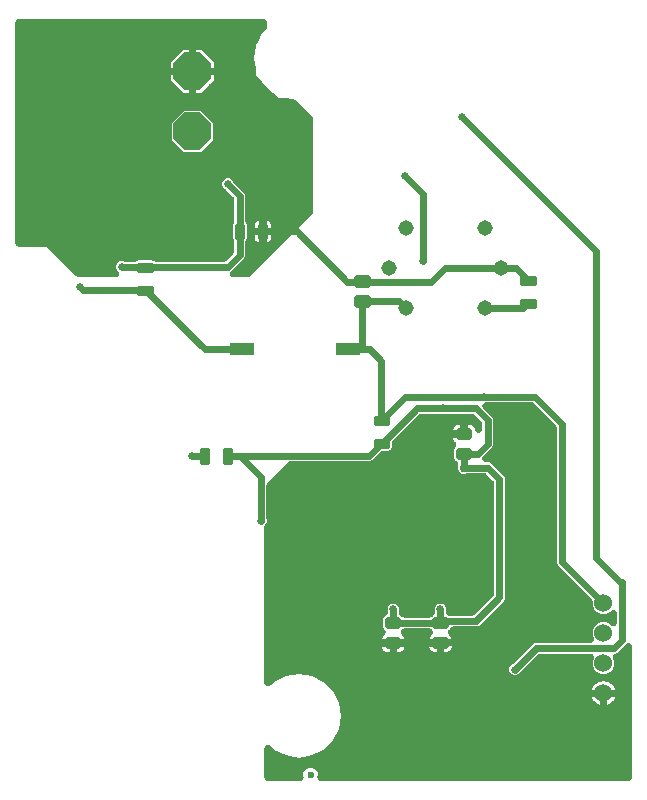
<source format=gbr>
G04 EAGLE Gerber RS-274X export*
G75*
%MOMM*%
%FSLAX34Y34*%
%LPD*%
%INBottom Copper*%
%IPPOS*%
%AMOC8*
5,1,8,0,0,1.08239X$1,22.5*%
G01*
%ADD10C,0.443700*%
%ADD11C,1.308000*%
%ADD12R,2.006600X1.092200*%
%ADD13C,1.530000*%
%ADD14P,3.409096X8X22.500000*%
%ADD15C,0.504000*%
%ADD16C,0.600000*%
%ADD17C,0.656400*%
%ADD18C,0.609600*%
%ADD19C,0.756400*%

G36*
X251336Y544675D02*
X251336Y544675D01*
X251516Y544682D01*
X251582Y544695D01*
X251648Y544701D01*
X251823Y544744D01*
X252000Y544780D01*
X252062Y544803D01*
X252126Y544819D01*
X252292Y544891D01*
X252461Y544954D01*
X252519Y544988D01*
X252580Y545014D01*
X252732Y545111D01*
X252889Y545201D01*
X252940Y545243D01*
X252996Y545279D01*
X253131Y545399D01*
X253270Y545514D01*
X253314Y545563D01*
X253364Y545608D01*
X253477Y545748D01*
X253597Y545884D01*
X253632Y545940D01*
X253674Y545992D01*
X253763Y546148D01*
X253859Y546301D01*
X253885Y546362D01*
X253918Y546420D01*
X253981Y546590D01*
X254051Y546756D01*
X254066Y546820D01*
X254089Y546883D01*
X254124Y547060D01*
X254166Y547236D01*
X254171Y547302D01*
X254184Y547367D01*
X254190Y547547D01*
X254203Y547728D01*
X254197Y547794D01*
X254199Y547860D01*
X254176Y548039D01*
X254160Y548219D01*
X254145Y548270D01*
X254135Y548349D01*
X253999Y548799D01*
X253999Y551194D01*
X254913Y553399D01*
X256601Y555087D01*
X258806Y556001D01*
X261194Y556001D01*
X263399Y555087D01*
X265087Y553399D01*
X266001Y551194D01*
X266001Y548787D01*
X265973Y548702D01*
X265911Y548533D01*
X265898Y548468D01*
X265878Y548405D01*
X265851Y548226D01*
X265816Y548049D01*
X265814Y547983D01*
X265804Y547917D01*
X265806Y547736D01*
X265801Y547556D01*
X265809Y547490D01*
X265810Y547424D01*
X265841Y547246D01*
X265865Y547067D01*
X265884Y547003D01*
X265896Y546938D01*
X265955Y546767D01*
X266008Y546594D01*
X266037Y546535D01*
X266059Y546472D01*
X266145Y546313D01*
X266224Y546151D01*
X266263Y546097D01*
X266295Y546039D01*
X266405Y545896D01*
X266510Y545749D01*
X266557Y545702D01*
X266597Y545649D01*
X266730Y545527D01*
X266857Y545398D01*
X266910Y545359D01*
X266959Y545314D01*
X267109Y545214D01*
X267255Y545108D01*
X267315Y545078D01*
X267370Y545041D01*
X267535Y544967D01*
X267696Y544885D01*
X267759Y544865D01*
X267820Y544838D01*
X267994Y544791D01*
X268166Y544737D01*
X268219Y544731D01*
X268296Y544710D01*
X268787Y544661D01*
X268821Y544663D01*
X268844Y544661D01*
X529092Y544661D01*
X529168Y544667D01*
X529244Y544665D01*
X529413Y544687D01*
X529584Y544701D01*
X529658Y544719D01*
X529733Y544729D01*
X529897Y544778D01*
X530063Y544819D01*
X530132Y544849D01*
X530206Y544871D01*
X530359Y544947D01*
X530516Y545014D01*
X530580Y545055D01*
X530649Y545088D01*
X530788Y545187D01*
X530932Y545279D01*
X530989Y545330D01*
X531051Y545374D01*
X531172Y545494D01*
X531300Y545608D01*
X531348Y545667D01*
X531402Y545721D01*
X531503Y545859D01*
X531610Y545992D01*
X531647Y546058D01*
X531692Y546119D01*
X531769Y546272D01*
X531854Y546420D01*
X531880Y546492D01*
X531915Y546560D01*
X531966Y546723D01*
X532025Y546883D01*
X532040Y546958D01*
X532063Y547030D01*
X532075Y547135D01*
X532120Y547367D01*
X532127Y547603D01*
X532139Y547708D01*
X532139Y658316D01*
X532136Y658354D01*
X532138Y658392D01*
X532116Y658600D01*
X532099Y658807D01*
X532090Y658844D01*
X532086Y658882D01*
X532031Y659084D01*
X531981Y659286D01*
X531966Y659321D01*
X531955Y659358D01*
X531868Y659548D01*
X531786Y659740D01*
X531766Y659772D01*
X531750Y659806D01*
X531633Y659980D01*
X531521Y660156D01*
X531496Y660184D01*
X531474Y660216D01*
X531331Y660368D01*
X531192Y660524D01*
X531163Y660548D01*
X531137Y660575D01*
X530971Y660703D01*
X530808Y660834D01*
X530775Y660852D01*
X530745Y660876D01*
X530561Y660974D01*
X530380Y661078D01*
X530344Y661091D01*
X530310Y661109D01*
X530113Y661177D01*
X529917Y661249D01*
X529880Y661256D01*
X529844Y661269D01*
X529637Y661304D01*
X529433Y661344D01*
X529395Y661345D01*
X529357Y661351D01*
X529148Y661353D01*
X528940Y661359D01*
X528902Y661354D01*
X528864Y661354D01*
X528657Y661322D01*
X528451Y661295D01*
X528414Y661284D01*
X528377Y661278D01*
X528178Y661213D01*
X527979Y661152D01*
X527944Y661135D01*
X527908Y661124D01*
X527723Y661027D01*
X527535Y660935D01*
X527504Y660913D01*
X527470Y660896D01*
X527398Y660838D01*
X527133Y660650D01*
X527011Y660529D01*
X526937Y660470D01*
X521305Y654838D01*
X519590Y653123D01*
X517869Y652411D01*
X517802Y652376D01*
X517730Y652349D01*
X517583Y652264D01*
X517430Y652186D01*
X517369Y652140D01*
X517303Y652102D01*
X517171Y651994D01*
X517034Y651893D01*
X516980Y651838D01*
X516921Y651790D01*
X516808Y651662D01*
X516689Y651539D01*
X516645Y651477D01*
X516595Y651420D01*
X516504Y651275D01*
X516406Y651135D01*
X516373Y651067D01*
X516333Y651002D01*
X516266Y650845D01*
X516192Y650691D01*
X516171Y650618D01*
X516141Y650548D01*
X516101Y650381D01*
X516053Y650218D01*
X516043Y650142D01*
X516025Y650068D01*
X516012Y649898D01*
X515991Y649728D01*
X515994Y649652D01*
X515988Y649576D01*
X516003Y649406D01*
X516010Y649235D01*
X516025Y649160D01*
X516031Y649085D01*
X516061Y648983D01*
X516107Y648752D01*
X516191Y648530D01*
X516220Y648429D01*
X517175Y646125D01*
X517175Y642475D01*
X515778Y639103D01*
X513197Y636522D01*
X509825Y635125D01*
X509420Y635125D01*
X509413Y635125D01*
X509405Y635125D01*
X509166Y635105D01*
X508929Y635085D01*
X508921Y635083D01*
X508914Y635083D01*
X508684Y635025D01*
X508450Y634967D01*
X508443Y634964D01*
X508435Y634962D01*
X508218Y634867D01*
X507996Y634772D01*
X507990Y634768D01*
X507954Y634786D01*
X507742Y634895D01*
X507735Y634897D01*
X507728Y634901D01*
X507498Y634973D01*
X507272Y635046D01*
X507265Y635047D01*
X507257Y635049D01*
X507224Y635053D01*
X506784Y635118D01*
X506682Y635114D01*
X506580Y635125D01*
X506175Y635125D01*
X502803Y636522D01*
X500222Y639103D01*
X498825Y642475D01*
X498825Y646125D01*
X499691Y648214D01*
X499746Y648385D01*
X499809Y648555D01*
X499821Y648620D01*
X499842Y648683D01*
X499869Y648862D01*
X499903Y649039D01*
X499905Y649105D01*
X499915Y649171D01*
X499913Y649352D01*
X499919Y649532D01*
X499910Y649598D01*
X499909Y649665D01*
X499878Y649842D01*
X499854Y650021D01*
X499835Y650085D01*
X499823Y650150D01*
X499764Y650321D01*
X499712Y650494D01*
X499682Y650553D01*
X499661Y650616D01*
X499574Y650774D01*
X499495Y650937D01*
X499456Y650991D01*
X499425Y651049D01*
X499314Y651192D01*
X499209Y651339D01*
X499163Y651386D01*
X499122Y651439D01*
X498989Y651562D01*
X498863Y651690D01*
X498809Y651729D01*
X498760Y651774D01*
X498610Y651874D01*
X498464Y651980D01*
X498405Y652010D01*
X498349Y652047D01*
X498185Y652121D01*
X498023Y652203D01*
X497960Y652223D01*
X497899Y652250D01*
X497725Y652297D01*
X497553Y652351D01*
X497500Y652357D01*
X497423Y652378D01*
X496932Y652427D01*
X496899Y652425D01*
X496875Y652427D01*
X454156Y652427D01*
X454043Y652418D01*
X453928Y652419D01*
X453797Y652398D01*
X453665Y652387D01*
X453554Y652360D01*
X453441Y652342D01*
X453315Y652301D01*
X453186Y652269D01*
X453081Y652224D01*
X452972Y652188D01*
X452854Y652126D01*
X452732Y652074D01*
X452636Y652013D01*
X452535Y651960D01*
X452461Y651901D01*
X452316Y651809D01*
X452074Y651593D01*
X452002Y651535D01*
X437738Y637271D01*
X437731Y637263D01*
X437724Y637257D01*
X437571Y637075D01*
X437418Y636895D01*
X437413Y636886D01*
X437407Y636879D01*
X437388Y636844D01*
X437163Y636472D01*
X437115Y636351D01*
X437077Y636282D01*
X437075Y636277D01*
X435723Y634925D01*
X433956Y634193D01*
X432044Y634193D01*
X430277Y634925D01*
X428925Y636277D01*
X428193Y638044D01*
X428193Y639956D01*
X428925Y641723D01*
X430277Y643075D01*
X430282Y643077D01*
X430291Y643081D01*
X430300Y643084D01*
X430511Y643194D01*
X430721Y643302D01*
X430729Y643308D01*
X430738Y643312D01*
X430769Y643338D01*
X431118Y643595D01*
X431209Y643689D01*
X431271Y643738D01*
X448410Y660877D01*
X450090Y661573D01*
X496875Y661573D01*
X497055Y661587D01*
X497235Y661594D01*
X497301Y661607D01*
X497367Y661613D01*
X497542Y661656D01*
X497719Y661692D01*
X497781Y661715D01*
X497846Y661731D01*
X498012Y661803D01*
X498180Y661866D01*
X498238Y661900D01*
X498299Y661926D01*
X498451Y662023D01*
X498608Y662113D01*
X498659Y662155D01*
X498715Y662191D01*
X498850Y662311D01*
X498989Y662426D01*
X499033Y662475D01*
X499083Y662520D01*
X499196Y662660D01*
X499316Y662795D01*
X499351Y662852D01*
X499393Y662904D01*
X499482Y663060D01*
X499578Y663213D01*
X499604Y663274D01*
X499637Y663332D01*
X499700Y663502D01*
X499770Y663668D01*
X499785Y663732D01*
X499809Y663795D01*
X499843Y663972D01*
X499886Y664147D01*
X499891Y664214D01*
X499903Y664279D01*
X499909Y664459D01*
X499922Y664639D01*
X499917Y664706D01*
X499919Y664772D01*
X499895Y664951D01*
X499879Y665131D01*
X499865Y665181D01*
X499854Y665261D01*
X499712Y665733D01*
X499697Y665764D01*
X499691Y665786D01*
X498825Y667875D01*
X498825Y671525D01*
X500222Y674897D01*
X502803Y677478D01*
X506175Y678875D01*
X509825Y678875D01*
X513197Y677478D01*
X514225Y676450D01*
X514254Y676425D01*
X514280Y676397D01*
X514442Y676265D01*
X514601Y676130D01*
X514634Y676111D01*
X514664Y676087D01*
X514845Y675983D01*
X515024Y675876D01*
X515059Y675862D01*
X515092Y675843D01*
X515288Y675770D01*
X515482Y675693D01*
X515519Y675684D01*
X515555Y675671D01*
X515759Y675631D01*
X515963Y675586D01*
X516002Y675584D01*
X516039Y675576D01*
X516247Y675570D01*
X516456Y675558D01*
X516494Y675562D01*
X516532Y675561D01*
X516738Y675588D01*
X516947Y675610D01*
X516983Y675620D01*
X517021Y675625D01*
X517221Y675686D01*
X517422Y675741D01*
X517457Y675757D01*
X517494Y675768D01*
X517681Y675860D01*
X517871Y675947D01*
X517902Y675968D01*
X517937Y675985D01*
X518107Y676106D01*
X518280Y676222D01*
X518308Y676248D01*
X518339Y676270D01*
X518487Y676417D01*
X518640Y676560D01*
X518663Y676590D01*
X518690Y676617D01*
X518813Y676785D01*
X518940Y676951D01*
X518958Y676985D01*
X518980Y677016D01*
X519074Y677202D01*
X519173Y677386D01*
X519185Y677422D01*
X519203Y677456D01*
X519266Y677656D01*
X519333Y677853D01*
X519339Y677890D01*
X519351Y677927D01*
X519361Y678019D01*
X519416Y678339D01*
X519417Y678511D01*
X519427Y678604D01*
X519427Y686196D01*
X519424Y686233D01*
X519426Y686272D01*
X519404Y686479D01*
X519387Y686687D01*
X519378Y686724D01*
X519374Y686762D01*
X519319Y686963D01*
X519269Y687166D01*
X519254Y687201D01*
X519243Y687238D01*
X519157Y687427D01*
X519074Y687619D01*
X519054Y687652D01*
X519038Y687686D01*
X518921Y687860D01*
X518809Y688036D01*
X518784Y688064D01*
X518762Y688096D01*
X518619Y688248D01*
X518480Y688403D01*
X518451Y688427D01*
X518424Y688455D01*
X518259Y688582D01*
X518096Y688713D01*
X518063Y688732D01*
X518033Y688755D01*
X517849Y688854D01*
X517668Y688957D01*
X517632Y688971D01*
X517598Y688989D01*
X517401Y689056D01*
X517205Y689129D01*
X517168Y689136D01*
X517132Y689149D01*
X516925Y689184D01*
X516721Y689224D01*
X516683Y689225D01*
X516645Y689231D01*
X516436Y689233D01*
X516228Y689239D01*
X516190Y689234D01*
X516152Y689234D01*
X515945Y689202D01*
X515739Y689175D01*
X515702Y689164D01*
X515665Y689158D01*
X515467Y689092D01*
X515267Y689032D01*
X515232Y689015D01*
X515196Y689003D01*
X515011Y688907D01*
X514823Y688815D01*
X514792Y688793D01*
X514758Y688776D01*
X514686Y688717D01*
X514421Y688530D01*
X514299Y688409D01*
X514225Y688350D01*
X513197Y687322D01*
X509825Y685925D01*
X506175Y685925D01*
X502803Y687322D01*
X500222Y689903D01*
X498825Y693275D01*
X498825Y696546D01*
X498816Y696659D01*
X498817Y696774D01*
X498796Y696905D01*
X498785Y697037D01*
X498758Y697148D01*
X498740Y697261D01*
X498699Y697387D01*
X498667Y697516D01*
X498622Y697621D01*
X498586Y697730D01*
X498524Y697848D01*
X498472Y697970D01*
X498411Y698066D01*
X498358Y698167D01*
X498299Y698241D01*
X498207Y698386D01*
X497991Y698628D01*
X497933Y698700D01*
X469123Y727510D01*
X468427Y729190D01*
X468427Y843844D01*
X468418Y843957D01*
X468419Y844072D01*
X468398Y844203D01*
X468387Y844335D01*
X468360Y844446D01*
X468342Y844559D01*
X468301Y844685D01*
X468269Y844814D01*
X468224Y844919D01*
X468188Y845028D01*
X468126Y845146D01*
X468074Y845268D01*
X468013Y845364D01*
X467960Y845465D01*
X467901Y845539D01*
X467809Y845684D01*
X467593Y845926D01*
X467535Y845998D01*
X448998Y864535D01*
X448911Y864609D01*
X448831Y864690D01*
X448724Y864768D01*
X448622Y864854D01*
X448525Y864913D01*
X448432Y864980D01*
X448314Y865040D01*
X448200Y865109D01*
X448094Y865151D01*
X447992Y865203D01*
X447865Y865243D01*
X447742Y865292D01*
X447631Y865317D01*
X447521Y865351D01*
X447428Y865361D01*
X447260Y865399D01*
X446936Y865417D01*
X446844Y865427D01*
X409127Y865427D01*
X409118Y865426D01*
X409108Y865427D01*
X408871Y865406D01*
X408635Y865387D01*
X408626Y865385D01*
X408616Y865384D01*
X408578Y865373D01*
X408157Y865269D01*
X408037Y865217D01*
X407961Y865195D01*
X407444Y864981D01*
X407284Y864899D01*
X407120Y864824D01*
X407064Y864787D01*
X407005Y864756D01*
X406860Y864649D01*
X406710Y864548D01*
X406662Y864503D01*
X406608Y864463D01*
X406482Y864334D01*
X406351Y864210D01*
X406310Y864158D01*
X406264Y864110D01*
X406160Y863962D01*
X406050Y863819D01*
X406019Y863761D01*
X405981Y863706D01*
X405902Y863543D01*
X405817Y863384D01*
X405796Y863322D01*
X405767Y863262D01*
X405716Y863088D01*
X405657Y862918D01*
X405646Y862852D01*
X405627Y862788D01*
X405605Y862610D01*
X405575Y862431D01*
X405574Y862365D01*
X405566Y862299D01*
X405573Y862119D01*
X405572Y861938D01*
X405582Y861872D01*
X405584Y861806D01*
X405620Y861629D01*
X405648Y861451D01*
X405669Y861387D01*
X405682Y861322D01*
X405746Y861154D01*
X405802Y860982D01*
X405833Y860923D01*
X405857Y860861D01*
X405947Y860705D01*
X406030Y860544D01*
X406063Y860503D01*
X406103Y860434D01*
X406416Y860052D01*
X406441Y860030D01*
X406456Y860011D01*
X413877Y852590D01*
X414573Y850910D01*
X414573Y829090D01*
X413877Y827410D01*
X412162Y825695D01*
X406242Y819775D01*
X406217Y819746D01*
X406188Y819720D01*
X406058Y819558D01*
X405922Y819399D01*
X405902Y819366D01*
X405878Y819336D01*
X405775Y819155D01*
X405667Y818976D01*
X405653Y818941D01*
X405634Y818908D01*
X405562Y818712D01*
X405484Y818518D01*
X405476Y818481D01*
X405463Y818445D01*
X405423Y818240D01*
X405378Y818036D01*
X405375Y817998D01*
X405368Y817961D01*
X405362Y817753D01*
X405350Y817544D01*
X405354Y817506D01*
X405353Y817468D01*
X405380Y817261D01*
X405402Y817053D01*
X405412Y817017D01*
X405417Y816979D01*
X405478Y816779D01*
X405533Y816578D01*
X405549Y816543D01*
X405560Y816506D01*
X405651Y816319D01*
X405739Y816129D01*
X405760Y816097D01*
X405777Y816063D01*
X405897Y815894D01*
X406014Y815720D01*
X406040Y815692D01*
X406062Y815661D01*
X406209Y815513D01*
X406352Y815360D01*
X406382Y815337D01*
X406409Y815310D01*
X406578Y815187D01*
X406743Y815060D01*
X406777Y815042D01*
X406808Y815020D01*
X406994Y814926D01*
X407178Y814827D01*
X407214Y814814D01*
X407248Y814797D01*
X407447Y814735D01*
X407645Y814667D01*
X407682Y814661D01*
X407719Y814649D01*
X407811Y814639D01*
X408131Y814584D01*
X408303Y814583D01*
X408396Y814573D01*
X410910Y814573D01*
X412590Y813877D01*
X423877Y802590D01*
X424573Y800910D01*
X424573Y699090D01*
X423877Y697410D01*
X402590Y676123D01*
X400910Y675427D01*
X380694Y675427D01*
X380476Y675410D01*
X380258Y675396D01*
X380230Y675390D01*
X380202Y675387D01*
X379990Y675335D01*
X379777Y675286D01*
X379751Y675275D01*
X379723Y675269D01*
X379523Y675183D01*
X379320Y675100D01*
X379296Y675085D01*
X379270Y675074D01*
X379086Y674957D01*
X378899Y674843D01*
X378877Y674824D01*
X378854Y674809D01*
X378691Y674664D01*
X378525Y674521D01*
X378507Y674499D01*
X378486Y674480D01*
X378348Y674310D01*
X378208Y674143D01*
X378197Y674123D01*
X378176Y674096D01*
X377932Y673668D01*
X377904Y673592D01*
X377878Y673546D01*
X377809Y673379D01*
X377285Y672855D01*
X377202Y672757D01*
X377112Y672666D01*
X377043Y672570D01*
X376966Y672479D01*
X376900Y672369D01*
X376825Y672265D01*
X376772Y672158D01*
X376711Y672057D01*
X376664Y671937D01*
X376607Y671822D01*
X376572Y671709D01*
X376528Y671599D01*
X376500Y671473D01*
X376463Y671350D01*
X376447Y671233D01*
X376421Y671117D01*
X376414Y670989D01*
X376397Y670861D01*
X376400Y670743D01*
X376394Y670624D01*
X376407Y670497D01*
X376411Y670368D01*
X376433Y670252D01*
X376446Y670134D01*
X376480Y670010D01*
X376504Y669884D01*
X376545Y669773D01*
X376577Y669658D01*
X376630Y669541D01*
X376674Y669421D01*
X376733Y669317D01*
X376782Y669210D01*
X376854Y669103D01*
X376917Y668991D01*
X376991Y668899D01*
X377058Y668800D01*
X377146Y668707D01*
X377226Y668607D01*
X377292Y668551D01*
X377395Y668441D01*
X377527Y668340D01*
X378311Y667556D01*
X378865Y666727D01*
X379246Y665806D01*
X379441Y664828D01*
X379441Y664647D01*
X370000Y664647D01*
X360559Y664647D01*
X360559Y664828D01*
X360754Y665806D01*
X361135Y666727D01*
X361689Y667556D01*
X362433Y668300D01*
X362461Y668318D01*
X362547Y668400D01*
X362640Y668473D01*
X362726Y668568D01*
X362820Y668656D01*
X362892Y668750D01*
X362972Y668838D01*
X363042Y668946D01*
X363120Y669048D01*
X363176Y669152D01*
X363241Y669251D01*
X363293Y669369D01*
X363353Y669483D01*
X363392Y669594D01*
X363439Y669703D01*
X363472Y669828D01*
X363513Y669949D01*
X363533Y670066D01*
X363563Y670181D01*
X363574Y670309D01*
X363596Y670436D01*
X363596Y670554D01*
X363607Y670672D01*
X363598Y670800D01*
X363599Y670929D01*
X363580Y671046D01*
X363572Y671164D01*
X363542Y671289D01*
X363522Y671416D01*
X363485Y671528D01*
X363458Y671644D01*
X363408Y671763D01*
X363368Y671885D01*
X363313Y671990D01*
X363267Y672099D01*
X363199Y672208D01*
X363140Y672322D01*
X363086Y672390D01*
X363006Y672518D01*
X362825Y672724D01*
X362815Y672739D01*
X362792Y672762D01*
X362761Y672798D01*
X362714Y672856D01*
X362635Y672935D01*
X362548Y673009D01*
X362468Y673090D01*
X362360Y673168D01*
X362259Y673255D01*
X362161Y673313D01*
X362069Y673380D01*
X361950Y673440D01*
X361836Y673509D01*
X361730Y673551D01*
X361629Y673603D01*
X361502Y673643D01*
X361378Y673692D01*
X361267Y673717D01*
X361158Y673751D01*
X361065Y673761D01*
X360896Y673799D01*
X360573Y673817D01*
X360480Y673827D01*
X339520Y673827D01*
X339406Y673818D01*
X339292Y673819D01*
X339161Y673798D01*
X339028Y673787D01*
X338917Y673760D01*
X338805Y673742D01*
X338678Y673701D01*
X338549Y673669D01*
X338444Y673624D01*
X338336Y673588D01*
X338218Y673527D01*
X338096Y673474D01*
X338000Y673413D01*
X337899Y673360D01*
X337825Y673302D01*
X337680Y673209D01*
X337483Y673033D01*
X337459Y673016D01*
X337430Y672987D01*
X337365Y672935D01*
X337286Y672856D01*
X337202Y672758D01*
X337112Y672666D01*
X337043Y672570D01*
X336966Y672480D01*
X336900Y672369D01*
X336825Y672265D01*
X336773Y672159D01*
X336711Y672057D01*
X336664Y671938D01*
X336607Y671822D01*
X336572Y671709D01*
X336528Y671599D01*
X336500Y671474D01*
X336463Y671350D01*
X336447Y671233D01*
X336421Y671118D01*
X336414Y670989D01*
X336397Y670861D01*
X336400Y670743D01*
X336394Y670625D01*
X336407Y670497D01*
X336411Y670368D01*
X336433Y670252D01*
X336446Y670134D01*
X336480Y670010D01*
X336504Y669884D01*
X336545Y669773D01*
X336576Y669659D01*
X336630Y669542D01*
X336674Y669421D01*
X336733Y669318D01*
X336782Y669210D01*
X336854Y669103D01*
X336917Y668991D01*
X336991Y668899D01*
X337057Y668801D01*
X337145Y668707D01*
X337226Y668607D01*
X337292Y668551D01*
X337395Y668441D01*
X337527Y668340D01*
X338311Y667556D01*
X338865Y666727D01*
X339246Y665806D01*
X339441Y664828D01*
X339441Y664647D01*
X330000Y664647D01*
X320559Y664647D01*
X320559Y664828D01*
X320754Y665806D01*
X321135Y666727D01*
X321689Y667556D01*
X322433Y668300D01*
X322460Y668318D01*
X322547Y668399D01*
X322640Y668473D01*
X322726Y668568D01*
X322820Y668656D01*
X322892Y668750D01*
X322972Y668838D01*
X323042Y668945D01*
X323120Y669047D01*
X323176Y669152D01*
X323241Y669251D01*
X323292Y669369D01*
X323353Y669482D01*
X323392Y669594D01*
X323439Y669703D01*
X323471Y669827D01*
X323513Y669949D01*
X323533Y670066D01*
X323563Y670181D01*
X323574Y670309D01*
X323596Y670435D01*
X323596Y670554D01*
X323607Y670672D01*
X323598Y670800D01*
X323599Y670928D01*
X323580Y671046D01*
X323572Y671164D01*
X323542Y671289D01*
X323522Y671416D01*
X323485Y671528D01*
X323458Y671644D01*
X323408Y671763D01*
X323368Y671884D01*
X323313Y671989D01*
X323267Y672099D01*
X323199Y672208D01*
X323140Y672322D01*
X323086Y672390D01*
X323006Y672518D01*
X322761Y672797D01*
X322715Y672855D01*
X322191Y673379D01*
X321575Y674865D01*
X321575Y681935D01*
X322191Y683421D01*
X323329Y684559D01*
X323546Y684649D01*
X323741Y684749D01*
X323937Y684845D01*
X323960Y684861D01*
X323985Y684874D01*
X324161Y685004D01*
X324339Y685130D01*
X324359Y685150D01*
X324382Y685167D01*
X324535Y685324D01*
X324690Y685477D01*
X324707Y685500D01*
X324727Y685520D01*
X324852Y685700D01*
X324980Y685876D01*
X324993Y685901D01*
X325009Y685924D01*
X325104Y686121D01*
X325203Y686316D01*
X325211Y686343D01*
X325224Y686369D01*
X325285Y686578D01*
X325351Y686787D01*
X325354Y686810D01*
X325363Y686842D01*
X325424Y687331D01*
X325421Y687412D01*
X325427Y687464D01*
X325427Y687873D01*
X325426Y687882D01*
X325427Y687892D01*
X325419Y687991D01*
X325420Y688034D01*
X325405Y688145D01*
X325387Y688365D01*
X325385Y688374D01*
X325384Y688384D01*
X325373Y688422D01*
X325364Y688460D01*
X325355Y688523D01*
X325314Y688659D01*
X325269Y688843D01*
X325235Y688921D01*
X325213Y688995D01*
X325201Y689019D01*
X325195Y689039D01*
X325193Y689044D01*
X325193Y690956D01*
X325925Y692723D01*
X327277Y694075D01*
X329044Y694807D01*
X330956Y694807D01*
X332723Y694075D01*
X334075Y692723D01*
X334807Y690956D01*
X334807Y689044D01*
X334805Y689039D01*
X334802Y689030D01*
X334797Y689021D01*
X334744Y688852D01*
X334690Y688707D01*
X334679Y688648D01*
X334653Y688569D01*
X334652Y688560D01*
X334649Y688551D01*
X334644Y688510D01*
X334620Y688349D01*
X334595Y688222D01*
X334594Y688175D01*
X334580Y688082D01*
X334582Y687951D01*
X334573Y687873D01*
X334573Y687464D01*
X334590Y687246D01*
X334604Y687029D01*
X334610Y687001D01*
X334613Y686973D01*
X334665Y686760D01*
X334714Y686548D01*
X334725Y686521D01*
X334731Y686494D01*
X334818Y686293D01*
X334900Y686091D01*
X334915Y686067D01*
X334926Y686040D01*
X335043Y685856D01*
X335157Y685670D01*
X335176Y685648D01*
X335191Y685624D01*
X335336Y685462D01*
X335479Y685296D01*
X335501Y685278D01*
X335520Y685256D01*
X335690Y685119D01*
X335857Y684979D01*
X335878Y684967D01*
X335904Y684946D01*
X336332Y684702D01*
X336408Y684675D01*
X336454Y684649D01*
X336671Y684559D01*
X337365Y683865D01*
X337452Y683791D01*
X337532Y683710D01*
X337639Y683632D01*
X337741Y683546D01*
X337839Y683487D01*
X337931Y683420D01*
X338049Y683360D01*
X338163Y683291D01*
X338270Y683249D01*
X338371Y683197D01*
X338498Y683157D01*
X338621Y683108D01*
X338733Y683083D01*
X338842Y683049D01*
X338935Y683039D01*
X339103Y683001D01*
X339427Y682983D01*
X339520Y682973D01*
X360480Y682973D01*
X360594Y682982D01*
X360708Y682981D01*
X360840Y683002D01*
X360972Y683013D01*
X361083Y683040D01*
X361196Y683058D01*
X361322Y683099D01*
X361451Y683131D01*
X361556Y683176D01*
X361664Y683212D01*
X361782Y683274D01*
X361904Y683326D01*
X362001Y683387D01*
X362102Y683440D01*
X362175Y683499D01*
X362320Y683591D01*
X362563Y683807D01*
X362635Y683865D01*
X363329Y684559D01*
X363546Y684649D01*
X363741Y684749D01*
X363937Y684845D01*
X363960Y684861D01*
X363985Y684874D01*
X364161Y685004D01*
X364339Y685130D01*
X364359Y685150D01*
X364382Y685167D01*
X364535Y685324D01*
X364690Y685477D01*
X364707Y685500D01*
X364727Y685520D01*
X364852Y685700D01*
X364980Y685876D01*
X364993Y685901D01*
X365009Y685924D01*
X365104Y686121D01*
X365203Y686316D01*
X365211Y686343D01*
X365224Y686369D01*
X365285Y686578D01*
X365351Y686787D01*
X365354Y686810D01*
X365363Y686842D01*
X365424Y687331D01*
X365421Y687412D01*
X365427Y687464D01*
X365427Y687873D01*
X365426Y687882D01*
X365427Y687892D01*
X365419Y687991D01*
X365420Y688034D01*
X365405Y688145D01*
X365387Y688365D01*
X365385Y688374D01*
X365384Y688384D01*
X365373Y688422D01*
X365364Y688460D01*
X365355Y688523D01*
X365314Y688659D01*
X365269Y688843D01*
X365235Y688921D01*
X365213Y688995D01*
X365201Y689019D01*
X365195Y689039D01*
X365193Y689044D01*
X365193Y690956D01*
X365925Y692723D01*
X367277Y694075D01*
X369044Y694807D01*
X370956Y694807D01*
X372723Y694075D01*
X374075Y692723D01*
X374807Y690956D01*
X374807Y689044D01*
X374805Y689039D01*
X374802Y689030D01*
X374797Y689021D01*
X374744Y688852D01*
X374690Y688707D01*
X374679Y688648D01*
X374653Y688569D01*
X374652Y688560D01*
X374649Y688551D01*
X374644Y688510D01*
X374620Y688349D01*
X374595Y688222D01*
X374594Y688175D01*
X374580Y688082D01*
X374582Y687951D01*
X374573Y687873D01*
X374573Y687620D01*
X374579Y687544D01*
X374577Y687468D01*
X374599Y687299D01*
X374613Y687128D01*
X374631Y687054D01*
X374641Y686979D01*
X374690Y686815D01*
X374731Y686649D01*
X374761Y686580D01*
X374783Y686506D01*
X374859Y686353D01*
X374926Y686196D01*
X374967Y686132D01*
X375000Y686063D01*
X375099Y685924D01*
X375191Y685780D01*
X375242Y685723D01*
X375286Y685661D01*
X375406Y685540D01*
X375520Y685412D01*
X375579Y685364D01*
X375633Y685310D01*
X375771Y685209D01*
X375904Y685102D01*
X375970Y685065D01*
X376031Y685020D01*
X376184Y684943D01*
X376332Y684858D01*
X376404Y684832D01*
X376472Y684797D01*
X376635Y684746D01*
X376795Y684687D01*
X376870Y684672D01*
X376942Y684649D01*
X377047Y684637D01*
X377279Y684592D01*
X377515Y684585D01*
X377620Y684573D01*
X396844Y684573D01*
X396957Y684582D01*
X397072Y684581D01*
X397203Y684602D01*
X397335Y684613D01*
X397446Y684640D01*
X397559Y684658D01*
X397685Y684699D01*
X397814Y684731D01*
X397919Y684776D01*
X398028Y684812D01*
X398146Y684874D01*
X398268Y684926D01*
X398364Y684987D01*
X398465Y685040D01*
X398539Y685099D01*
X398684Y685191D01*
X398926Y685407D01*
X398998Y685465D01*
X414535Y701002D01*
X414545Y701013D01*
X414549Y701017D01*
X414570Y701043D01*
X414609Y701089D01*
X414690Y701169D01*
X414768Y701276D01*
X414854Y701378D01*
X414913Y701475D01*
X414980Y701568D01*
X415040Y701686D01*
X415109Y701800D01*
X415151Y701906D01*
X415203Y702008D01*
X415243Y702135D01*
X415292Y702258D01*
X415317Y702369D01*
X415351Y702479D01*
X415361Y702572D01*
X415399Y702740D01*
X415417Y703064D01*
X415427Y703156D01*
X415427Y796844D01*
X415418Y796957D01*
X415419Y797072D01*
X415398Y797203D01*
X415387Y797335D01*
X415360Y797446D01*
X415342Y797559D01*
X415301Y797685D01*
X415269Y797814D01*
X415224Y797919D01*
X415188Y798028D01*
X415126Y798146D01*
X415074Y798268D01*
X415013Y798364D01*
X414960Y798465D01*
X414901Y798539D01*
X414809Y798684D01*
X414593Y798926D01*
X414535Y798998D01*
X408998Y804535D01*
X408911Y804609D01*
X408831Y804690D01*
X408724Y804768D01*
X408622Y804854D01*
X408525Y804913D01*
X408432Y804980D01*
X408314Y805040D01*
X408200Y805109D01*
X408094Y805151D01*
X407992Y805203D01*
X407865Y805243D01*
X407742Y805292D01*
X407631Y805317D01*
X407521Y805351D01*
X407428Y805361D01*
X407260Y805399D01*
X406936Y805417D01*
X406844Y805427D01*
X393434Y805427D01*
X393424Y805426D01*
X393414Y805427D01*
X393179Y805407D01*
X392942Y805387D01*
X392933Y805385D01*
X392923Y805384D01*
X392885Y805373D01*
X392463Y805269D01*
X392343Y805217D01*
X392268Y805195D01*
X391056Y804693D01*
X388944Y804693D01*
X386994Y805501D01*
X385501Y806994D01*
X384693Y808944D01*
X384693Y811056D01*
X384878Y811501D01*
X384901Y811574D01*
X384933Y811643D01*
X384977Y811808D01*
X385029Y811971D01*
X385040Y812046D01*
X385060Y812120D01*
X385077Y812290D01*
X385103Y812458D01*
X385102Y812535D01*
X385109Y812611D01*
X385099Y812781D01*
X385096Y812952D01*
X385083Y813027D01*
X385078Y813103D01*
X385040Y813270D01*
X385011Y813438D01*
X384986Y813510D01*
X384969Y813584D01*
X384904Y813742D01*
X384848Y813903D01*
X384811Y813970D01*
X384783Y814041D01*
X384693Y814187D01*
X384612Y814337D01*
X384565Y814397D01*
X384525Y814462D01*
X384414Y814591D01*
X384309Y814726D01*
X384253Y814778D01*
X384203Y814836D01*
X384073Y814945D01*
X383948Y815062D01*
X383884Y815104D01*
X383825Y815153D01*
X383733Y815204D01*
X383536Y815334D01*
X383353Y815417D01*
X382191Y816579D01*
X381575Y818065D01*
X381575Y825135D01*
X382191Y826621D01*
X382715Y827145D01*
X382798Y827243D01*
X382888Y827334D01*
X382957Y827430D01*
X383034Y827521D01*
X383100Y827631D01*
X383175Y827735D01*
X383228Y827842D01*
X383289Y827943D01*
X383336Y828063D01*
X383393Y828178D01*
X383428Y828291D01*
X383472Y828401D01*
X383500Y828527D01*
X383537Y828650D01*
X383553Y828767D01*
X383579Y828883D01*
X383586Y829011D01*
X383603Y829139D01*
X383600Y829257D01*
X383606Y829376D01*
X383593Y829503D01*
X383589Y829632D01*
X383567Y829748D01*
X383554Y829866D01*
X383520Y829990D01*
X383496Y830116D01*
X383455Y830227D01*
X383423Y830342D01*
X383370Y830459D01*
X383326Y830579D01*
X383267Y830683D01*
X383218Y830790D01*
X383146Y830897D01*
X383083Y831009D01*
X383009Y831101D01*
X382942Y831200D01*
X382854Y831293D01*
X382774Y831393D01*
X382708Y831449D01*
X382605Y831559D01*
X382473Y831660D01*
X381689Y832444D01*
X381135Y833273D01*
X380754Y834194D01*
X380559Y835172D01*
X380559Y835353D01*
X390000Y835353D01*
X390076Y835359D01*
X390152Y835356D01*
X390321Y835379D01*
X390491Y835393D01*
X390565Y835411D01*
X390641Y835421D01*
X390805Y835470D01*
X390970Y835511D01*
X391040Y835541D01*
X391113Y835563D01*
X391267Y835638D01*
X391424Y835706D01*
X391488Y835747D01*
X391556Y835780D01*
X391696Y835879D01*
X391840Y835971D01*
X391896Y836022D01*
X391959Y836066D01*
X392080Y836186D01*
X392208Y836300D01*
X392256Y836359D01*
X392310Y836412D01*
X392310Y836413D01*
X392411Y836551D01*
X392518Y836684D01*
X392556Y836750D01*
X392600Y836812D01*
X392677Y836964D01*
X392762Y837113D01*
X392788Y837184D01*
X392823Y837252D01*
X392874Y837415D01*
X392934Y837575D01*
X392948Y837650D01*
X392971Y837723D01*
X392983Y837827D01*
X393028Y838059D01*
X393036Y838295D01*
X393047Y838400D01*
X393047Y846191D01*
X394878Y846191D01*
X395856Y845996D01*
X396777Y845615D01*
X397606Y845061D01*
X398311Y844356D01*
X398865Y843527D01*
X399246Y842606D01*
X399391Y841877D01*
X399445Y841689D01*
X399491Y841501D01*
X399512Y841453D01*
X399526Y841402D01*
X399609Y841226D01*
X399686Y841047D01*
X399714Y841003D01*
X399736Y840956D01*
X399847Y840795D01*
X399951Y840631D01*
X399986Y840592D01*
X400015Y840549D01*
X400150Y840408D01*
X400280Y840263D01*
X400320Y840231D01*
X400357Y840193D01*
X400512Y840076D01*
X400664Y839953D01*
X400709Y839928D01*
X400751Y839896D01*
X400923Y839806D01*
X401092Y839709D01*
X401141Y839691D01*
X401188Y839667D01*
X401372Y839606D01*
X401555Y839538D01*
X401606Y839528D01*
X401656Y839511D01*
X401848Y839480D01*
X402039Y839443D01*
X402091Y839442D01*
X402143Y839433D01*
X402338Y839434D01*
X402532Y839428D01*
X402584Y839435D01*
X402636Y839435D01*
X402829Y839467D01*
X403021Y839492D01*
X403071Y839507D01*
X403123Y839516D01*
X403307Y839578D01*
X403494Y839635D01*
X403541Y839658D01*
X403590Y839675D01*
X403762Y839766D01*
X403937Y839852D01*
X403979Y839882D01*
X404025Y839906D01*
X404180Y840025D01*
X404339Y840137D01*
X404376Y840174D01*
X404418Y840206D01*
X404552Y840347D01*
X404690Y840484D01*
X404721Y840526D01*
X404757Y840564D01*
X404866Y840726D01*
X404980Y840883D01*
X405004Y840929D01*
X405033Y840973D01*
X405115Y841150D01*
X405203Y841323D01*
X405218Y841373D01*
X405240Y841420D01*
X405292Y841608D01*
X405351Y841793D01*
X405356Y841835D01*
X405372Y841896D01*
X405426Y842386D01*
X405422Y842429D01*
X405427Y842471D01*
X405427Y846844D01*
X405418Y846957D01*
X405419Y847072D01*
X405398Y847203D01*
X405387Y847335D01*
X405360Y847446D01*
X405342Y847559D01*
X405301Y847685D01*
X405269Y847814D01*
X405224Y847919D01*
X405188Y848028D01*
X405126Y848146D01*
X405074Y848268D01*
X405013Y848364D01*
X404960Y848465D01*
X404901Y848539D01*
X404809Y848684D01*
X404593Y848926D01*
X404535Y848998D01*
X398998Y854535D01*
X398911Y854609D01*
X398831Y854690D01*
X398724Y854768D01*
X398622Y854854D01*
X398525Y854913D01*
X398432Y854980D01*
X398314Y855040D01*
X398200Y855109D01*
X398094Y855151D01*
X397992Y855203D01*
X397865Y855243D01*
X397742Y855292D01*
X397631Y855317D01*
X397521Y855351D01*
X397428Y855361D01*
X397260Y855399D01*
X396936Y855417D01*
X396844Y855427D01*
X374127Y855427D01*
X374118Y855426D01*
X374108Y855427D01*
X373873Y855407D01*
X373635Y855387D01*
X373626Y855385D01*
X373616Y855384D01*
X373578Y855373D01*
X373157Y855269D01*
X373037Y855217D01*
X372961Y855195D01*
X372956Y855193D01*
X371044Y855193D01*
X371039Y855195D01*
X371030Y855198D01*
X371021Y855203D01*
X370794Y855274D01*
X370569Y855347D01*
X370560Y855348D01*
X370551Y855351D01*
X370510Y855356D01*
X370082Y855420D01*
X369951Y855418D01*
X369873Y855427D01*
X353156Y855427D01*
X353043Y855418D01*
X352928Y855419D01*
X352797Y855398D01*
X352665Y855387D01*
X352554Y855360D01*
X352441Y855342D01*
X352315Y855301D01*
X352186Y855269D01*
X352081Y855224D01*
X351972Y855188D01*
X351854Y855126D01*
X351732Y855074D01*
X351636Y855013D01*
X351535Y854960D01*
X351461Y854901D01*
X351316Y854809D01*
X351074Y854593D01*
X351002Y854535D01*
X329517Y833050D01*
X329443Y832963D01*
X329362Y832883D01*
X329284Y832776D01*
X329198Y832674D01*
X329139Y832577D01*
X329072Y832484D01*
X329012Y832366D01*
X328943Y832252D01*
X328901Y832146D01*
X328849Y832044D01*
X328809Y831917D01*
X328760Y831794D01*
X328735Y831683D01*
X328701Y831573D01*
X328691Y831480D01*
X328653Y831312D01*
X328635Y830988D01*
X328625Y830896D01*
X328625Y827374D01*
X328055Y825998D01*
X327002Y824945D01*
X325626Y824375D01*
X321854Y824375D01*
X321741Y824366D01*
X321626Y824367D01*
X321495Y824346D01*
X321363Y824335D01*
X321252Y824308D01*
X321139Y824290D01*
X321013Y824249D01*
X320884Y824217D01*
X320779Y824172D01*
X320670Y824136D01*
X320552Y824074D01*
X320430Y824022D01*
X320334Y823961D01*
X320233Y823908D01*
X320159Y823849D01*
X320014Y823757D01*
X319772Y823541D01*
X319700Y823483D01*
X312340Y816123D01*
X310660Y815427D01*
X243380Y815427D01*
X243266Y815418D01*
X243152Y815419D01*
X243021Y815398D01*
X242888Y815387D01*
X242778Y815360D01*
X242665Y815342D01*
X242538Y815301D01*
X242409Y815269D01*
X242305Y815224D01*
X242196Y815188D01*
X242078Y815126D01*
X241956Y815074D01*
X241860Y815013D01*
X241758Y814960D01*
X241685Y814901D01*
X241540Y814809D01*
X241298Y814593D01*
X241225Y814535D01*
X223465Y796775D01*
X223391Y796688D01*
X223310Y796607D01*
X223232Y796500D01*
X223146Y796399D01*
X223087Y796301D01*
X223020Y796209D01*
X222960Y796090D01*
X222891Y795976D01*
X222849Y795870D01*
X222797Y795768D01*
X222757Y795641D01*
X222708Y795518D01*
X222683Y795407D01*
X222649Y795298D01*
X222639Y795204D01*
X222601Y795036D01*
X222593Y794879D01*
X222592Y794876D01*
X222591Y794859D01*
X222583Y794712D01*
X222573Y794620D01*
X222573Y767127D01*
X222574Y767117D01*
X222573Y767108D01*
X222584Y766977D01*
X222584Y766958D01*
X222590Y766907D01*
X222593Y766872D01*
X222613Y766635D01*
X222615Y766626D01*
X222616Y766616D01*
X222627Y766578D01*
X222641Y766520D01*
X222648Y766469D01*
X222681Y766358D01*
X222731Y766157D01*
X222768Y766071D01*
X222791Y765996D01*
X222800Y765977D01*
X222805Y765961D01*
X222807Y765956D01*
X222807Y764044D01*
X222075Y762277D01*
X221845Y762048D01*
X221771Y761961D01*
X221690Y761880D01*
X221612Y761773D01*
X221526Y761672D01*
X221467Y761574D01*
X221400Y761481D01*
X221340Y761363D01*
X221271Y761249D01*
X221229Y761143D01*
X221177Y761041D01*
X221137Y760914D01*
X221088Y760791D01*
X221063Y760680D01*
X221029Y760571D01*
X221019Y760477D01*
X220981Y760309D01*
X220963Y759985D01*
X220953Y759893D01*
X220953Y627928D01*
X220956Y627890D01*
X220954Y627852D01*
X220976Y627644D01*
X220993Y627436D01*
X221002Y627399D01*
X221006Y627361D01*
X221061Y627160D01*
X221111Y626957D01*
X221126Y626922D01*
X221137Y626885D01*
X221224Y626696D01*
X221306Y626504D01*
X221326Y626472D01*
X221342Y626437D01*
X221459Y626264D01*
X221571Y626088D01*
X221596Y626059D01*
X221618Y626028D01*
X221761Y625876D01*
X221900Y625720D01*
X221929Y625696D01*
X221956Y625668D01*
X222122Y625541D01*
X222284Y625410D01*
X222317Y625391D01*
X222347Y625368D01*
X222531Y625269D01*
X222712Y625166D01*
X222748Y625153D01*
X222782Y625135D01*
X222979Y625067D01*
X223175Y624994D01*
X223212Y624987D01*
X223248Y624975D01*
X223455Y624940D01*
X223659Y624900D01*
X223697Y624898D01*
X223735Y624892D01*
X223944Y624891D01*
X224152Y624884D01*
X224190Y624889D01*
X224228Y624889D01*
X224435Y624921D01*
X224641Y624949D01*
X224678Y624960D01*
X224715Y624966D01*
X224914Y625031D01*
X225114Y625091D01*
X225148Y625108D01*
X225184Y625120D01*
X225369Y625216D01*
X225557Y625308D01*
X225588Y625330D01*
X225622Y625348D01*
X225694Y625406D01*
X225959Y625594D01*
X226081Y625714D01*
X226155Y625773D01*
X229120Y628738D01*
X239023Y633784D01*
X250000Y635523D01*
X260977Y633784D01*
X270880Y628738D01*
X278738Y620880D01*
X283784Y610977D01*
X285523Y600000D01*
X283784Y589023D01*
X278738Y579120D01*
X270880Y571262D01*
X260977Y566216D01*
X250000Y564477D01*
X239023Y566216D01*
X229120Y571262D01*
X226155Y574227D01*
X226126Y574252D01*
X226100Y574280D01*
X225938Y574411D01*
X225779Y574546D01*
X225746Y574566D01*
X225716Y574590D01*
X225535Y574693D01*
X225356Y574801D01*
X225321Y574815D01*
X225288Y574834D01*
X225092Y574907D01*
X224898Y574984D01*
X224861Y574992D01*
X224825Y575006D01*
X224620Y575046D01*
X224417Y575091D01*
X224378Y575093D01*
X224341Y575100D01*
X224133Y575107D01*
X223924Y575119D01*
X223886Y575115D01*
X223848Y575116D01*
X223641Y575089D01*
X223433Y575066D01*
X223397Y575056D01*
X223359Y575051D01*
X223159Y574991D01*
X222958Y574936D01*
X222923Y574920D01*
X222887Y574909D01*
X222699Y574817D01*
X222509Y574730D01*
X222478Y574709D01*
X222443Y574692D01*
X222273Y574571D01*
X222100Y574455D01*
X222072Y574428D01*
X222041Y574406D01*
X221892Y574260D01*
X221740Y574117D01*
X221717Y574087D01*
X221690Y574060D01*
X221567Y573891D01*
X221440Y573725D01*
X221422Y573692D01*
X221400Y573661D01*
X221306Y573475D01*
X221207Y573291D01*
X221195Y573254D01*
X221177Y573221D01*
X221115Y573022D01*
X221047Y572824D01*
X221041Y572786D01*
X221029Y572750D01*
X221019Y572658D01*
X220964Y572338D01*
X220963Y572166D01*
X220953Y572072D01*
X220953Y547708D01*
X220959Y547632D01*
X220957Y547556D01*
X220979Y547387D01*
X220993Y547216D01*
X221011Y547142D01*
X221021Y547067D01*
X221070Y546903D01*
X221111Y546737D01*
X221141Y546668D01*
X221163Y546594D01*
X221239Y546441D01*
X221306Y546284D01*
X221347Y546220D01*
X221380Y546151D01*
X221479Y546012D01*
X221571Y545868D01*
X221622Y545811D01*
X221666Y545749D01*
X221786Y545628D01*
X221900Y545500D01*
X221959Y545452D01*
X222013Y545398D01*
X222151Y545297D01*
X222284Y545190D01*
X222350Y545153D01*
X222411Y545108D01*
X222564Y545031D01*
X222712Y544946D01*
X222784Y544920D01*
X222852Y544885D01*
X223015Y544834D01*
X223175Y544775D01*
X223250Y544760D01*
X223322Y544737D01*
X223427Y544725D01*
X223659Y544680D01*
X223895Y544673D01*
X224000Y544661D01*
X251156Y544661D01*
X251336Y544675D01*
G37*
G36*
X94931Y970956D02*
X94931Y970956D01*
X94969Y970954D01*
X95177Y970976D01*
X95385Y970993D01*
X95422Y971002D01*
X95459Y971006D01*
X95660Y971061D01*
X95863Y971111D01*
X95898Y971127D01*
X95935Y971137D01*
X96125Y971224D01*
X96317Y971306D01*
X96349Y971326D01*
X96384Y971342D01*
X96557Y971459D01*
X96733Y971571D01*
X96761Y971596D01*
X96793Y971618D01*
X96945Y971761D01*
X97101Y971900D01*
X97125Y971930D01*
X97152Y971956D01*
X97279Y972121D01*
X97411Y972284D01*
X97429Y972317D01*
X97453Y972347D01*
X97551Y972531D01*
X97655Y972712D01*
X97668Y972748D01*
X97686Y972782D01*
X97754Y972979D01*
X97826Y973175D01*
X97834Y973212D01*
X97846Y973248D01*
X97881Y973455D01*
X97921Y973659D01*
X97922Y973697D01*
X97928Y973735D01*
X97930Y973944D01*
X97936Y974152D01*
X97931Y974190D01*
X97932Y974228D01*
X97899Y974435D01*
X97872Y974641D01*
X97861Y974678D01*
X97855Y974715D01*
X97790Y974914D01*
X97729Y975114D01*
X97713Y975148D01*
X97701Y975184D01*
X97604Y975369D01*
X97512Y975557D01*
X97490Y975588D01*
X97473Y975622D01*
X97415Y975694D01*
X97227Y975959D01*
X97106Y976081D01*
X97048Y976155D01*
X95925Y977277D01*
X95193Y979044D01*
X95193Y980956D01*
X95925Y982723D01*
X97277Y984075D01*
X99044Y984807D01*
X100956Y984807D01*
X101565Y984555D01*
X101574Y984552D01*
X101582Y984547D01*
X101810Y984476D01*
X102034Y984403D01*
X102044Y984402D01*
X102053Y984399D01*
X102093Y984395D01*
X102522Y984330D01*
X102653Y984332D01*
X102731Y984323D01*
X111004Y984323D01*
X111117Y984332D01*
X111232Y984331D01*
X111363Y984352D01*
X111495Y984363D01*
X111606Y984390D01*
X111719Y984408D01*
X111845Y984449D01*
X111974Y984481D01*
X112079Y984526D01*
X112188Y984562D01*
X112306Y984624D01*
X112428Y984676D01*
X112524Y984737D01*
X112625Y984790D01*
X112699Y984849D01*
X112844Y984941D01*
X112948Y985034D01*
X114374Y985625D01*
X125626Y985625D01*
X127034Y985041D01*
X127116Y984982D01*
X127217Y984896D01*
X127315Y984837D01*
X127408Y984770D01*
X127526Y984710D01*
X127640Y984641D01*
X127746Y984599D01*
X127848Y984547D01*
X127975Y984507D01*
X128098Y984458D01*
X128209Y984433D01*
X128318Y984399D01*
X128412Y984389D01*
X128580Y984351D01*
X128904Y984333D01*
X128996Y984323D01*
X186594Y984323D01*
X186707Y984332D01*
X186822Y984331D01*
X186953Y984352D01*
X187085Y984363D01*
X187196Y984390D01*
X187309Y984408D01*
X187435Y984449D01*
X187564Y984481D01*
X187669Y984526D01*
X187778Y984562D01*
X187896Y984624D01*
X188018Y984676D01*
X188114Y984737D01*
X188215Y984790D01*
X188289Y984849D01*
X188434Y984941D01*
X188676Y985157D01*
X188748Y985215D01*
X194535Y991002D01*
X194609Y991089D01*
X194690Y991169D01*
X194768Y991276D01*
X194854Y991377D01*
X194913Y991475D01*
X194980Y991568D01*
X195040Y991686D01*
X195109Y991800D01*
X195151Y991906D01*
X195203Y992008D01*
X195243Y992135D01*
X195292Y992258D01*
X195317Y992369D01*
X195351Y992479D01*
X195361Y992572D01*
X195399Y992740D01*
X195417Y993064D01*
X195427Y993156D01*
X195427Y1001254D01*
X195418Y1001369D01*
X195419Y1001484D01*
X195398Y1001614D01*
X195387Y1001746D01*
X195360Y1001858D01*
X195341Y1001972D01*
X195300Y1002097D01*
X195269Y1002224D01*
X195223Y1002331D01*
X195187Y1002440D01*
X195135Y1002539D01*
X194375Y1004374D01*
X194375Y1015626D01*
X195099Y1017373D01*
X195108Y1017388D01*
X195151Y1017495D01*
X195203Y1017598D01*
X195242Y1017723D01*
X195291Y1017846D01*
X195316Y1017958D01*
X195351Y1018068D01*
X195361Y1018161D01*
X195398Y1018327D01*
X195417Y1018655D01*
X195427Y1018746D01*
X195427Y1036844D01*
X195418Y1036957D01*
X195419Y1037072D01*
X195398Y1037203D01*
X195387Y1037335D01*
X195360Y1037446D01*
X195342Y1037559D01*
X195301Y1037685D01*
X195269Y1037814D01*
X195224Y1037919D01*
X195188Y1038028D01*
X195126Y1038146D01*
X195074Y1038268D01*
X195013Y1038364D01*
X194960Y1038465D01*
X194901Y1038539D01*
X194809Y1038684D01*
X194593Y1038926D01*
X194535Y1038998D01*
X188271Y1045262D01*
X188263Y1045269D01*
X188257Y1045276D01*
X188077Y1045427D01*
X187895Y1045582D01*
X187886Y1045587D01*
X187879Y1045593D01*
X187844Y1045612D01*
X187472Y1045837D01*
X187351Y1045885D01*
X187282Y1045923D01*
X187277Y1045925D01*
X185925Y1047277D01*
X185193Y1049044D01*
X185193Y1050956D01*
X185925Y1052723D01*
X187277Y1054075D01*
X189044Y1054807D01*
X190956Y1054807D01*
X192723Y1054075D01*
X194075Y1052723D01*
X194077Y1052718D01*
X194081Y1052709D01*
X194084Y1052700D01*
X194194Y1052489D01*
X194302Y1052279D01*
X194308Y1052271D01*
X194312Y1052262D01*
X194338Y1052231D01*
X194595Y1051882D01*
X194689Y1051791D01*
X194738Y1051729D01*
X203877Y1042590D01*
X204573Y1040910D01*
X204573Y1019246D01*
X204582Y1019132D01*
X204581Y1019018D01*
X204602Y1018887D01*
X204613Y1018754D01*
X204640Y1018644D01*
X204658Y1018531D01*
X204699Y1018405D01*
X204731Y1018276D01*
X204776Y1018171D01*
X204812Y1018062D01*
X204874Y1017944D01*
X204926Y1017822D01*
X204987Y1017726D01*
X205040Y1017625D01*
X205099Y1017551D01*
X205191Y1017406D01*
X205408Y1017164D01*
X205465Y1017091D01*
X205555Y1017002D01*
X206125Y1015626D01*
X206125Y1004374D01*
X205555Y1002998D01*
X205465Y1002909D01*
X205391Y1002822D01*
X205310Y1002741D01*
X205232Y1002634D01*
X205146Y1002533D01*
X205087Y1002435D01*
X205020Y1002342D01*
X204960Y1002224D01*
X204891Y1002110D01*
X204849Y1002004D01*
X204797Y1001902D01*
X204757Y1001775D01*
X204708Y1001652D01*
X204683Y1001541D01*
X204649Y1001432D01*
X204639Y1001338D01*
X204601Y1001170D01*
X204583Y1000846D01*
X204573Y1000754D01*
X204573Y989090D01*
X203877Y987410D01*
X202162Y985695D01*
X194055Y977588D01*
X192622Y976155D01*
X192597Y976126D01*
X192568Y976100D01*
X192437Y975938D01*
X192302Y975779D01*
X192282Y975746D01*
X192258Y975716D01*
X192155Y975535D01*
X192048Y975356D01*
X192033Y975321D01*
X192014Y975288D01*
X191942Y975092D01*
X191864Y974898D01*
X191856Y974861D01*
X191843Y974825D01*
X191803Y974621D01*
X191758Y974417D01*
X191755Y974378D01*
X191748Y974341D01*
X191742Y974133D01*
X191730Y973924D01*
X191734Y973886D01*
X191733Y973848D01*
X191760Y973642D01*
X191782Y973433D01*
X191792Y973397D01*
X191797Y973359D01*
X191858Y973159D01*
X191913Y972958D01*
X191929Y972923D01*
X191940Y972887D01*
X192032Y972699D01*
X192119Y972509D01*
X192140Y972478D01*
X192157Y972443D01*
X192277Y972273D01*
X192394Y972100D01*
X192420Y972072D01*
X192442Y972041D01*
X192589Y971893D01*
X192732Y971740D01*
X192762Y971717D01*
X192789Y971690D01*
X192957Y971567D01*
X193123Y971440D01*
X193157Y971422D01*
X193188Y971400D01*
X193374Y971306D01*
X193558Y971207D01*
X193594Y971195D01*
X193628Y971177D01*
X193828Y971114D01*
X194025Y971047D01*
X194062Y971041D01*
X194099Y971029D01*
X194191Y971019D01*
X194511Y970964D01*
X194683Y970963D01*
X194776Y970953D01*
X207000Y970953D01*
X207114Y970962D01*
X207228Y970961D01*
X207359Y970982D01*
X207492Y970993D01*
X207602Y971020D01*
X207715Y971038D01*
X207842Y971079D01*
X207971Y971111D01*
X208075Y971156D01*
X208184Y971192D01*
X208302Y971254D01*
X208424Y971306D01*
X208520Y971367D01*
X208622Y971420D01*
X208695Y971479D01*
X208840Y971571D01*
X209082Y971787D01*
X209155Y971845D01*
X261155Y1023845D01*
X261229Y1023932D01*
X261310Y1024013D01*
X261388Y1024120D01*
X261474Y1024221D01*
X261533Y1024319D01*
X261600Y1024411D01*
X261660Y1024530D01*
X261729Y1024644D01*
X261771Y1024750D01*
X261823Y1024852D01*
X261863Y1024979D01*
X261912Y1025102D01*
X261937Y1025213D01*
X261971Y1025322D01*
X261981Y1025416D01*
X262019Y1025584D01*
X262037Y1025908D01*
X262047Y1026000D01*
X262047Y1105000D01*
X262038Y1105114D01*
X262039Y1105228D01*
X262018Y1105359D01*
X262007Y1105492D01*
X261980Y1105602D01*
X261962Y1105715D01*
X261921Y1105842D01*
X261889Y1105971D01*
X261844Y1106075D01*
X261808Y1106184D01*
X261746Y1106302D01*
X261694Y1106424D01*
X261633Y1106520D01*
X261580Y1106622D01*
X261521Y1106695D01*
X261429Y1106840D01*
X261333Y1106947D01*
X261302Y1106991D01*
X261218Y1107076D01*
X261213Y1107082D01*
X261155Y1107155D01*
X247313Y1120997D01*
X247220Y1121076D01*
X247134Y1121162D01*
X247032Y1121235D01*
X246937Y1121316D01*
X246832Y1121379D01*
X246734Y1121450D01*
X246621Y1121506D01*
X246514Y1121571D01*
X246401Y1121616D01*
X246292Y1121670D01*
X246205Y1121694D01*
X246056Y1121754D01*
X245716Y1121829D01*
X245635Y1121852D01*
X238324Y1123010D01*
X237880Y1123044D01*
X237848Y1123047D01*
X233262Y1123047D01*
X229353Y1126957D01*
X229249Y1127045D01*
X229151Y1127141D01*
X229083Y1127186D01*
X228977Y1127276D01*
X228629Y1127486D01*
X228582Y1127517D01*
X227120Y1128262D01*
X219262Y1136120D01*
X218517Y1137582D01*
X218445Y1137698D01*
X218382Y1137820D01*
X218331Y1137884D01*
X218258Y1138002D01*
X217992Y1138309D01*
X217957Y1138353D01*
X214047Y1142262D01*
X214047Y1146848D01*
X214011Y1147292D01*
X214010Y1147324D01*
X212477Y1157000D01*
X214010Y1166676D01*
X214044Y1167120D01*
X214047Y1167152D01*
X214047Y1168738D01*
X214840Y1169530D01*
X214928Y1169635D01*
X215025Y1169733D01*
X215070Y1169801D01*
X215159Y1169906D01*
X215369Y1170255D01*
X215400Y1170302D01*
X219262Y1177880D01*
X222155Y1180773D01*
X222229Y1180860D01*
X222310Y1180940D01*
X222388Y1181048D01*
X222474Y1181149D01*
X222533Y1181247D01*
X222600Y1181339D01*
X222660Y1181457D01*
X222729Y1181571D01*
X222771Y1181678D01*
X222823Y1181779D01*
X222863Y1181906D01*
X222912Y1182030D01*
X222937Y1182141D01*
X222971Y1182250D01*
X222981Y1182343D01*
X223019Y1182511D01*
X223037Y1182835D01*
X223047Y1182928D01*
X223047Y1186792D01*
X223041Y1186868D01*
X223043Y1186944D01*
X223021Y1187113D01*
X223007Y1187284D01*
X222989Y1187358D01*
X222979Y1187433D01*
X222930Y1187597D01*
X222889Y1187763D01*
X222859Y1187832D01*
X222837Y1187906D01*
X222761Y1188059D01*
X222694Y1188216D01*
X222653Y1188280D01*
X222620Y1188349D01*
X222521Y1188488D01*
X222429Y1188632D01*
X222378Y1188689D01*
X222334Y1188751D01*
X222214Y1188872D01*
X222100Y1189000D01*
X222041Y1189048D01*
X221987Y1189102D01*
X221849Y1189203D01*
X221716Y1189310D01*
X221650Y1189347D01*
X221589Y1189392D01*
X221436Y1189469D01*
X221288Y1189554D01*
X221216Y1189580D01*
X221148Y1189615D01*
X220985Y1189666D01*
X220825Y1189725D01*
X220750Y1189740D01*
X220678Y1189763D01*
X220573Y1189775D01*
X220341Y1189820D01*
X220105Y1189827D01*
X220000Y1189839D01*
X13208Y1189839D01*
X13132Y1189833D01*
X13056Y1189835D01*
X12887Y1189813D01*
X12716Y1189799D01*
X12642Y1189781D01*
X12567Y1189771D01*
X12403Y1189722D01*
X12237Y1189681D01*
X12168Y1189651D01*
X12094Y1189629D01*
X11941Y1189553D01*
X11784Y1189486D01*
X11720Y1189445D01*
X11651Y1189412D01*
X11512Y1189313D01*
X11368Y1189221D01*
X11311Y1189170D01*
X11249Y1189126D01*
X11128Y1189006D01*
X11000Y1188892D01*
X10952Y1188833D01*
X10898Y1188779D01*
X10797Y1188641D01*
X10690Y1188508D01*
X10653Y1188442D01*
X10608Y1188381D01*
X10531Y1188228D01*
X10446Y1188080D01*
X10420Y1188008D01*
X10385Y1187940D01*
X10334Y1187777D01*
X10275Y1187617D01*
X10260Y1187542D01*
X10237Y1187470D01*
X10225Y1187365D01*
X10180Y1187133D01*
X10173Y1186897D01*
X10161Y1186792D01*
X10161Y1000000D01*
X10167Y999924D01*
X10165Y999848D01*
X10187Y999679D01*
X10201Y999508D01*
X10219Y999434D01*
X10229Y999359D01*
X10278Y999195D01*
X10319Y999029D01*
X10349Y998960D01*
X10371Y998887D01*
X10447Y998733D01*
X10514Y998576D01*
X10555Y998512D01*
X10588Y998443D01*
X10687Y998304D01*
X10779Y998160D01*
X10830Y998103D01*
X10874Y998041D01*
X10994Y997920D01*
X11108Y997792D01*
X11167Y997744D01*
X11221Y997690D01*
X11359Y997589D01*
X11492Y997482D01*
X11558Y997445D01*
X11619Y997400D01*
X11772Y997323D01*
X11920Y997238D01*
X11992Y997212D01*
X12060Y997177D01*
X12223Y997126D01*
X12383Y997067D01*
X12458Y997052D01*
X12530Y997029D01*
X12635Y997017D01*
X12867Y996972D01*
X13103Y996965D01*
X13208Y996953D01*
X36738Y996953D01*
X61845Y971845D01*
X61932Y971771D01*
X62013Y971690D01*
X62120Y971612D01*
X62221Y971526D01*
X62319Y971467D01*
X62411Y971400D01*
X62530Y971340D01*
X62644Y971271D01*
X62750Y971229D01*
X62852Y971177D01*
X62979Y971137D01*
X63102Y971088D01*
X63213Y971063D01*
X63322Y971029D01*
X63416Y971019D01*
X63584Y970981D01*
X63908Y970963D01*
X64000Y970953D01*
X94893Y970953D01*
X94931Y970956D01*
G37*
%LPC*%
G36*
X152845Y1077327D02*
X152845Y1077327D01*
X142727Y1087445D01*
X142727Y1101755D01*
X152845Y1111873D01*
X167155Y1111873D01*
X177273Y1101755D01*
X177273Y1087445D01*
X167155Y1077327D01*
X152845Y1077327D01*
G37*
%LPD*%
%LPC*%
G36*
X163047Y1148447D02*
X163047Y1148447D01*
X163047Y1163689D01*
X167575Y1163689D01*
X178289Y1152975D01*
X178289Y1148447D01*
X163047Y1148447D01*
G37*
%LPD*%
%LPC*%
G36*
X141711Y1148447D02*
X141711Y1148447D01*
X141711Y1152975D01*
X152425Y1163689D01*
X156953Y1163689D01*
X156953Y1148447D01*
X141711Y1148447D01*
G37*
%LPD*%
%LPC*%
G36*
X163047Y1127111D02*
X163047Y1127111D01*
X163047Y1142353D01*
X178289Y1142353D01*
X178289Y1137825D01*
X167575Y1127111D01*
X163047Y1127111D01*
G37*
%LPD*%
%LPC*%
G36*
X152425Y1127111D02*
X152425Y1127111D01*
X141711Y1137825D01*
X141711Y1142353D01*
X156953Y1142353D01*
X156953Y1127111D01*
X152425Y1127111D01*
G37*
%LPD*%
%LPC*%
G36*
X508000Y621947D02*
X508000Y621947D01*
X498275Y621947D01*
X498556Y622812D01*
X499284Y624241D01*
X500227Y625539D01*
X501361Y626673D01*
X502659Y627616D01*
X504088Y628344D01*
X505613Y628840D01*
X507056Y629068D01*
X507064Y629070D01*
X507071Y629071D01*
X507302Y629128D01*
X507536Y629185D01*
X507543Y629188D01*
X507550Y629189D01*
X507769Y629283D01*
X507990Y629377D01*
X507997Y629381D01*
X508004Y629384D01*
X508009Y629388D01*
X508059Y629363D01*
X508272Y629255D01*
X508279Y629253D01*
X508286Y629250D01*
X508318Y629241D01*
X508743Y629107D01*
X508845Y629096D01*
X508944Y629068D01*
X510387Y628840D01*
X511912Y628344D01*
X513341Y627616D01*
X514639Y626673D01*
X515773Y625539D01*
X516716Y624241D01*
X517444Y622812D01*
X517725Y621947D01*
X508000Y621947D01*
X508000Y621947D01*
G37*
%LPD*%
%LPC*%
G36*
X511047Y615853D02*
X511047Y615853D01*
X517725Y615853D01*
X517444Y614988D01*
X516716Y613559D01*
X515773Y612261D01*
X514639Y611127D01*
X513341Y610184D01*
X511912Y609456D01*
X511047Y609175D01*
X511047Y615853D01*
G37*
%LPD*%
%LPC*%
G36*
X504088Y609456D02*
X504088Y609456D01*
X502659Y610184D01*
X501361Y611127D01*
X500227Y612261D01*
X499284Y613559D01*
X498556Y614988D01*
X498275Y615853D01*
X504953Y615853D01*
X504953Y609175D01*
X504088Y609456D01*
G37*
%LPD*%
%LPC*%
G36*
X380559Y841447D02*
X380559Y841447D01*
X380559Y841628D01*
X380754Y842606D01*
X381135Y843527D01*
X381689Y844356D01*
X382394Y845061D01*
X383223Y845615D01*
X384144Y845996D01*
X385122Y846191D01*
X386953Y846191D01*
X386953Y841447D01*
X380559Y841447D01*
G37*
%LPD*%
%LPC*%
G36*
X373047Y653809D02*
X373047Y653809D01*
X373047Y658553D01*
X379441Y658553D01*
X379441Y658372D01*
X379246Y657394D01*
X378865Y656473D01*
X378311Y655644D01*
X377606Y654939D01*
X376777Y654385D01*
X375856Y654004D01*
X374878Y653809D01*
X373047Y653809D01*
G37*
%LPD*%
%LPC*%
G36*
X333047Y653809D02*
X333047Y653809D01*
X333047Y658553D01*
X339441Y658553D01*
X339441Y658372D01*
X339246Y657394D01*
X338865Y656473D01*
X338311Y655644D01*
X337606Y654939D01*
X336777Y654385D01*
X335856Y654004D01*
X334878Y653809D01*
X333047Y653809D01*
G37*
%LPD*%
%LPC*%
G36*
X365122Y653809D02*
X365122Y653809D01*
X364144Y654004D01*
X363223Y654385D01*
X362394Y654939D01*
X361689Y655644D01*
X361135Y656473D01*
X360754Y657394D01*
X360559Y658372D01*
X360559Y658553D01*
X366953Y658553D01*
X366953Y653809D01*
X365122Y653809D01*
G37*
%LPD*%
%LPC*%
G36*
X325122Y653809D02*
X325122Y653809D01*
X324144Y654004D01*
X323223Y654385D01*
X322394Y654939D01*
X321689Y655644D01*
X321135Y656473D01*
X320754Y657394D01*
X320559Y658372D01*
X320559Y658553D01*
X326953Y658553D01*
X326953Y653809D01*
X325122Y653809D01*
G37*
%LPD*%
%LPC*%
G36*
X222797Y1013047D02*
X222797Y1013047D01*
X222797Y1019552D01*
X223270Y1019458D01*
X224136Y1019099D01*
X224915Y1018578D01*
X225578Y1017915D01*
X226099Y1017136D01*
X226458Y1016270D01*
X226641Y1015350D01*
X226641Y1013047D01*
X222797Y1013047D01*
G37*
%LPD*%
%LPC*%
G36*
X222797Y1006953D02*
X222797Y1006953D01*
X226641Y1006953D01*
X226641Y1004650D01*
X226458Y1003730D01*
X226099Y1002864D01*
X225578Y1002085D01*
X224915Y1001422D01*
X224136Y1000901D01*
X223270Y1000542D01*
X222797Y1000448D01*
X222797Y1006953D01*
G37*
%LPD*%
%LPC*%
G36*
X212859Y1013047D02*
X212859Y1013047D01*
X212859Y1015350D01*
X213042Y1016270D01*
X213401Y1017136D01*
X213922Y1017915D01*
X214585Y1018578D01*
X215364Y1019099D01*
X216230Y1019458D01*
X216703Y1019552D01*
X216703Y1013047D01*
X212859Y1013047D01*
G37*
%LPD*%
%LPC*%
G36*
X216230Y1000542D02*
X216230Y1000542D01*
X215364Y1000901D01*
X214585Y1001422D01*
X213922Y1002085D01*
X213401Y1002864D01*
X213042Y1003730D01*
X212859Y1004650D01*
X212859Y1006953D01*
X216703Y1006953D01*
X216703Y1000448D01*
X216230Y1000542D01*
G37*
%LPD*%
D10*
X168118Y824882D02*
X172382Y824882D01*
X172382Y815118D01*
X168118Y815118D01*
X168118Y824882D01*
X168118Y819333D02*
X172382Y819333D01*
X172382Y823548D02*
X168118Y823548D01*
X187618Y815118D02*
X191882Y815118D01*
X187618Y815118D02*
X187618Y824882D01*
X191882Y824882D01*
X191882Y815118D01*
X191882Y819333D02*
X187618Y819333D01*
X187618Y823548D02*
X191882Y823548D01*
X439118Y947118D02*
X439118Y951382D01*
X448882Y951382D01*
X448882Y947118D01*
X439118Y947118D01*
X439118Y951333D02*
X448882Y951333D01*
X448882Y966618D02*
X448882Y970882D01*
X448882Y966618D02*
X439118Y966618D01*
X439118Y970882D01*
X448882Y970882D01*
X448882Y970833D02*
X439118Y970833D01*
X315118Y832382D02*
X315118Y828118D01*
X315118Y832382D02*
X324882Y832382D01*
X324882Y828118D01*
X315118Y828118D01*
X315118Y832333D02*
X324882Y832333D01*
X324882Y847618D02*
X324882Y851882D01*
X324882Y847618D02*
X315118Y847618D01*
X315118Y851882D01*
X324882Y851882D01*
X324882Y851833D02*
X315118Y851833D01*
D11*
X326500Y979000D03*
X421500Y979000D03*
X340500Y1012600D03*
X340500Y945400D03*
X407500Y945400D03*
X407500Y1012600D03*
D12*
X291958Y910000D03*
X202042Y910000D03*
D13*
X508000Y695100D03*
X508000Y669700D03*
X508000Y644300D03*
X508000Y618900D03*
D14*
X160000Y1094600D03*
X160000Y1145400D03*
D10*
X124882Y981882D02*
X124882Y977618D01*
X115118Y977618D01*
X115118Y981882D01*
X124882Y981882D01*
X124882Y981833D02*
X115118Y981833D01*
X115118Y962382D02*
X115118Y958118D01*
X115118Y962382D02*
X124882Y962382D01*
X124882Y958118D01*
X115118Y958118D01*
X115118Y962333D02*
X124882Y962333D01*
X198118Y1014882D02*
X202382Y1014882D01*
X202382Y1005118D01*
X198118Y1005118D01*
X198118Y1014882D01*
X198118Y1009333D02*
X202382Y1009333D01*
X202382Y1013548D02*
X198118Y1013548D01*
X217618Y1005118D02*
X221882Y1005118D01*
X217618Y1005118D02*
X217618Y1014882D01*
X221882Y1014882D01*
X221882Y1005118D01*
X221882Y1009333D02*
X217618Y1009333D01*
X217618Y1013548D02*
X221882Y1013548D01*
D15*
X385620Y824330D02*
X385620Y818870D01*
X385620Y824330D02*
X394380Y824330D01*
X394380Y818870D01*
X385620Y818870D01*
X385620Y823658D02*
X394380Y823658D01*
X394380Y835670D02*
X394380Y841130D01*
X394380Y835670D02*
X385620Y835670D01*
X385620Y841130D01*
X394380Y841130D01*
X394380Y840458D02*
X385620Y840458D01*
X374380Y681130D02*
X374380Y675670D01*
X365620Y675670D01*
X365620Y681130D01*
X374380Y681130D01*
X374380Y680458D02*
X365620Y680458D01*
X365620Y664330D02*
X365620Y658870D01*
X365620Y664330D02*
X374380Y664330D01*
X374380Y658870D01*
X365620Y658870D01*
X365620Y663658D02*
X374380Y663658D01*
X325620Y664330D02*
X325620Y658870D01*
X325620Y664330D02*
X334380Y664330D01*
X334380Y658870D01*
X325620Y658870D01*
X325620Y663658D02*
X334380Y663658D01*
X334380Y675670D02*
X334380Y681130D01*
X334380Y675670D02*
X325620Y675670D01*
X325620Y681130D01*
X334380Y681130D01*
X334380Y680458D02*
X325620Y680458D01*
X308380Y964670D02*
X308380Y970130D01*
X308380Y964670D02*
X299620Y964670D01*
X299620Y970130D01*
X308380Y970130D01*
X308380Y969458D02*
X299620Y969458D01*
X299620Y953330D02*
X299620Y947870D01*
X299620Y953330D02*
X308380Y953330D01*
X308380Y947870D01*
X299620Y947870D01*
X299620Y952658D02*
X308380Y952658D01*
D16*
X260000Y550000D03*
D17*
X160000Y820000D03*
D18*
X170250Y820000D01*
X320000Y849750D02*
X320000Y900000D01*
X310000Y910000D01*
X340250Y870000D02*
X320000Y849750D01*
X473000Y847000D02*
X473000Y730100D01*
X508000Y695100D01*
X407000Y870000D02*
X340250Y870000D01*
X407000Y870000D02*
X450000Y870000D01*
X473000Y847000D01*
X335045Y950855D02*
X304000Y950600D01*
X304000Y950600D01*
X335045Y950855D02*
X340500Y945400D01*
X304000Y910000D02*
X291958Y910000D01*
X304000Y910000D02*
X310000Y910000D01*
X304000Y910000D02*
X304000Y950600D01*
D17*
X407000Y870000D03*
D18*
X170250Y910000D02*
X120000Y960250D01*
X170250Y910000D02*
X202042Y910000D01*
X120000Y960250D02*
X67750Y960250D01*
X65000Y963000D01*
D17*
X65000Y963000D03*
D18*
X440150Y945400D02*
X444000Y949250D01*
X440150Y945400D02*
X407500Y945400D01*
D17*
X388000Y1107000D03*
D18*
X502000Y993000D01*
X502000Y733000D01*
X522000Y713000D01*
X524000Y713000D01*
X524000Y664000D01*
X517000Y657000D01*
X451000Y657000D01*
D17*
X433000Y639000D03*
D18*
X451000Y657000D01*
X200250Y1010000D02*
X200000Y1010250D01*
X200000Y1040000D01*
X190000Y1050000D01*
D17*
X190000Y1050000D03*
D18*
X200250Y1010000D02*
X200000Y1009750D01*
X200000Y990000D01*
X189750Y979750D01*
X120000Y979750D01*
X100250Y979750D01*
X100000Y980000D01*
D17*
X100000Y980000D03*
D18*
X330000Y690000D02*
X330000Y678400D01*
X370000Y678400D02*
X370000Y690000D01*
X371600Y680000D02*
X370000Y678400D01*
X371600Y680000D02*
X400000Y680000D01*
D19*
X390000Y810000D03*
D18*
X390000Y821600D01*
X420000Y700000D02*
X400000Y680000D01*
X420000Y700000D02*
X420000Y800000D01*
X410000Y810000D01*
X390000Y810000D01*
X370000Y678400D02*
X330000Y678400D01*
X390000Y821600D02*
X401600Y821600D01*
X410000Y830000D01*
X410000Y850000D01*
X400000Y860000D01*
X372000Y860000D02*
X350000Y860000D01*
X372000Y860000D02*
X400000Y860000D01*
X320000Y830250D02*
X309750Y820000D01*
X189750Y820000D01*
X320000Y830250D02*
X320250Y830250D01*
X350000Y860000D01*
D17*
X330000Y690000D03*
X370000Y690000D03*
D18*
X200000Y820000D02*
X189750Y820000D01*
D17*
X218000Y765000D03*
D18*
X218000Y802000D02*
X200000Y820000D01*
X218000Y802000D02*
X218000Y765000D01*
D17*
X372000Y860000D03*
D19*
X18000Y1186000D03*
X37000Y1186000D03*
X56000Y1186000D03*
X17000Y1166000D03*
X77000Y1159000D03*
X161000Y1183000D03*
X193000Y1182000D03*
X199000Y1156000D03*
X217000Y1128000D03*
X240000Y1113000D03*
X248000Y1098000D03*
X109000Y1163000D03*
X102000Y1147000D03*
X123000Y1159000D03*
X77000Y1133000D03*
X74000Y1109000D03*
X79000Y1080000D03*
X78000Y1052000D03*
X45000Y1152000D03*
X44000Y1128000D03*
X44000Y1108000D03*
X44000Y1072000D03*
X15000Y1039000D03*
X29000Y1021000D03*
X52000Y998000D03*
X73000Y998000D03*
X19000Y1005000D03*
X72000Y985000D03*
X60000Y984000D03*
X143000Y1161000D03*
X181000Y1160000D03*
X214000Y1186000D03*
X249000Y1070000D03*
X250000Y1031000D03*
X247000Y802000D03*
X282000Y802000D03*
X309000Y802000D03*
X359000Y848000D03*
X247000Y760000D03*
X265000Y760000D03*
X237000Y735000D03*
X273000Y721000D03*
X240000Y694000D03*
X273000Y694000D03*
X240000Y665000D03*
X273000Y666000D03*
X240000Y640000D03*
X273000Y641000D03*
X300000Y709000D03*
X309000Y681000D03*
X302000Y641000D03*
X302000Y602000D03*
X395000Y665000D03*
X422000Y681000D03*
X442000Y681000D03*
X442000Y665000D03*
X472000Y648000D03*
X491000Y631000D03*
X422000Y665000D03*
X467000Y631000D03*
X467000Y601000D03*
X492000Y601000D03*
X492000Y577000D03*
X467000Y577000D03*
X437000Y577000D03*
X437000Y555000D03*
X467000Y555000D03*
X492000Y555000D03*
X404000Y555000D03*
X370000Y555000D03*
X335000Y555000D03*
X302000Y555000D03*
X279000Y555000D03*
X520000Y555000D03*
X520000Y577000D03*
D18*
X370000Y661600D02*
X330000Y661600D01*
X308400Y661600D01*
X290000Y680000D01*
X290000Y730000D01*
X290000Y770000D01*
X358400Y838400D02*
X390000Y838400D01*
X358400Y838400D02*
X290000Y770000D01*
X444000Y968750D02*
X434000Y978750D01*
X431750Y978750D01*
X431500Y979000D01*
X421500Y979000D01*
D17*
X240000Y1020000D03*
D18*
X290000Y590000D02*
X300000Y580000D01*
X290000Y590000D02*
X290000Y680000D01*
D17*
X300000Y580000D03*
D18*
X230000Y1010000D02*
X219750Y1010000D01*
X230000Y1010000D02*
X240000Y1020000D01*
X291000Y967400D02*
X304000Y967400D01*
X291000Y967400D02*
X248400Y1010000D01*
X219750Y1010000D01*
X304000Y967400D02*
X362400Y967400D01*
X374000Y979000D01*
X421500Y979000D01*
D17*
X290000Y730000D03*
D18*
X270000Y750000D01*
X240000Y750000D02*
X230000Y760000D01*
X240000Y750000D02*
X270000Y750000D01*
D17*
X230000Y760000D03*
D19*
X115000Y1126000D03*
X138000Y1126000D03*
X115000Y1098000D03*
X138000Y1098000D03*
X193000Y1126000D03*
X193000Y1089000D03*
X204000Y1107000D03*
X188000Y1064000D03*
X162000Y1064000D03*
X138000Y1064000D03*
X107000Y1064000D03*
X177000Y1131000D03*
X177000Y1109000D03*
D17*
X457000Y717000D03*
X483000Y692000D03*
X461000Y767000D03*
X444000Y793000D03*
X435000Y848000D03*
X437000Y818000D03*
X343000Y765000D03*
X343000Y731000D03*
X376000Y731000D03*
X374000Y765000D03*
X340000Y1057000D03*
D18*
X355000Y1042000D01*
X355000Y985000D01*
D17*
X355000Y985000D03*
M02*

</source>
